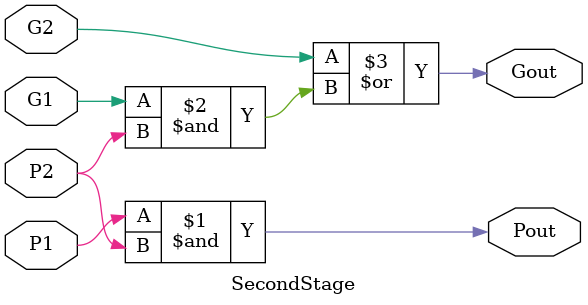
<source format=v>
module SecondStage (
    input  wire  G1,
    input  wire  G2,
    input  wire  P1,
    input  wire  P2,
    output wire  Pout,
    output wire  Gout
);

assign Pout = P1 & P2;
assign Gout = G2 | (G1 & P2);   
endmodule
</source>
